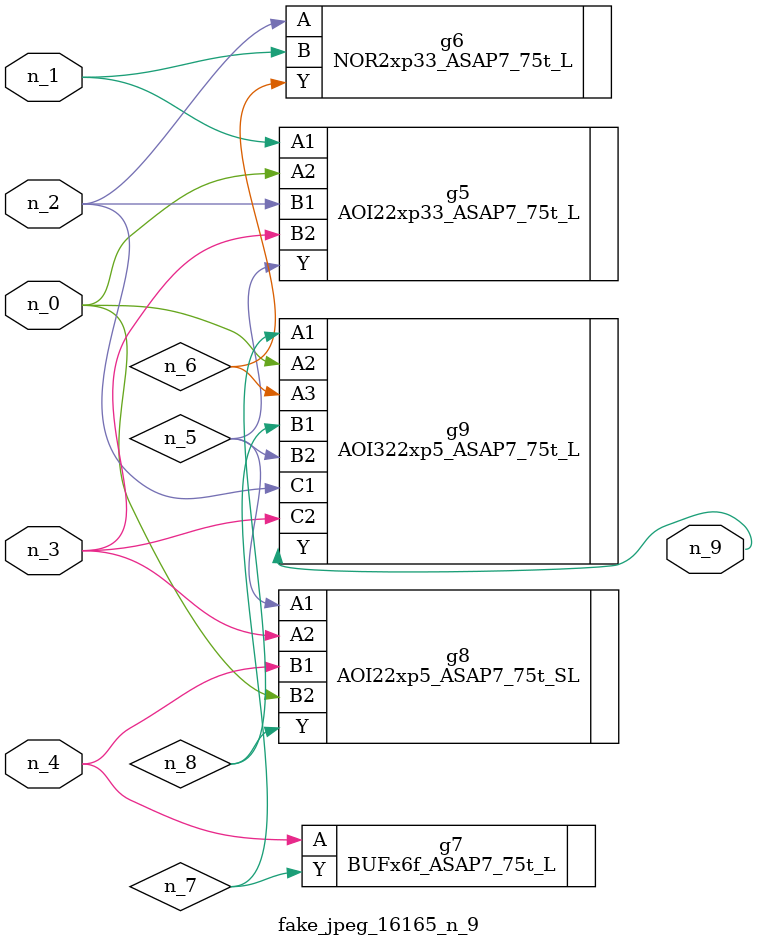
<source format=v>
module fake_jpeg_16165_n_9 (n_3, n_2, n_1, n_0, n_4, n_9);

input n_3;
input n_2;
input n_1;
input n_0;
input n_4;

output n_9;

wire n_8;
wire n_6;
wire n_5;
wire n_7;

AOI22xp33_ASAP7_75t_L g5 ( 
.A1(n_1),
.A2(n_0),
.B1(n_2),
.B2(n_3),
.Y(n_5)
);

NOR2xp33_ASAP7_75t_L g6 ( 
.A(n_2),
.B(n_1),
.Y(n_6)
);

BUFx6f_ASAP7_75t_L g7 ( 
.A(n_4),
.Y(n_7)
);

AOI22xp5_ASAP7_75t_SL g8 ( 
.A1(n_5),
.A2(n_3),
.B1(n_4),
.B2(n_0),
.Y(n_8)
);

AOI322xp5_ASAP7_75t_L g9 ( 
.A1(n_8),
.A2(n_0),
.A3(n_6),
.B1(n_7),
.B2(n_5),
.C1(n_2),
.C2(n_3),
.Y(n_9)
);


endmodule
</source>
